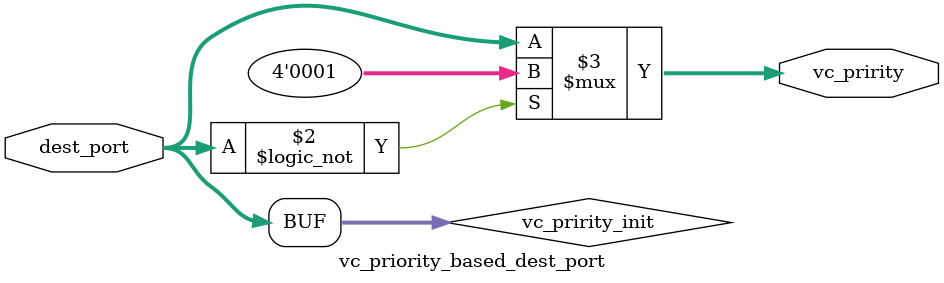
<source format=v>
`include "pronoc_def.v"
/**********************************************************************
**	File: class_table.v
**    
**	Copyright (C) 2014-2017  Alireza Monemi
**    
**	This file is part of ProNoC 
**
**	ProNoC ( stands for Prototype Network-on-chip)  is free software: 
**	you can redistribute it and/or modify it under the terms of the GNU
**	Lesser General Public License as published by the Free Software Foundation,
**	either version 2 of the License, or (at your option) any later version.
**
** 	ProNoC is distributed in the hope that it will be useful, but WITHOUT
** 	ANY WARRANTY; without even the implied warranty of MERCHANTABILITY
** 	or FITNESS FOR A PARTICULAR PURPOSE.  See the GNU Lesser General
** 	Public License for more details.
**
** 	You should have received a copy of the GNU Lesser General Public
** 	License along with ProNoC. If not, see <http:**www.gnu.org/licenses/>.
**
**
**	Description: 
**	
*************************************/


module class_ovc_table #(
    parameter C= 4,//number of class 
    parameter V= 4, //VC number per port
    parameter CVw=(C==0)? V : C * V,
    parameter [CVw-1:   0] CLASS_SETTING = {CVw{1'b1}} // shows how each class can use VCs   
    )(
        class_in,
        candidate_ovcs
    );
    
    function integer log2;
    input integer number; begin   
        log2=(number <=1) ? 1: 0;    
        while(2**log2<number) begin    
            log2=log2+1;    
        end 	   
    end   
    endfunction // log2 
    
    localparam Cw= (C>1)?  log2(C): 1;
    
    input [Cw-1    :    0]    class_in;
    output[V-1    :    0]    candidate_ovcs;
    
    genvar i;    
    generate 
    if(C == 0 || C == 1) begin: no_class    
        assign  candidate_ovcs={V{1'b1}};
    end else begin: width_class
        
        wire [V-1  :   0] class_table [C-1  :   0];
        for(i=0;i<C;i=i+1) begin : class_loop
            assign class_table[i]= CLASS_SETTING[(i+1)*V-1  :   i*V];
        end
        assign  candidate_ovcs=class_table[class_in];
    end
    endgenerate
    
endmodule


module vc_priority_based_dest_port #(
    parameter P=5,
    parameter V=4
)(
    dest_port,
    vc_pririty
);
    localparam
        P_1 =  (P-1),
        OFFSET =  V/(P_1);
    
    input   [P_1-1        :   0] dest_port;
    reg     [V-1          :   0] vc_pririty_init;
    output  [V-1          :   0] vc_pririty;
    
    genvar i;
    integer j;  
    generate 
    if(P_1 == V  )begin :b1
        always @(*) begin vc_pririty_init =  dest_port; end
    end else if (P_1 > V  )begin :b2
        for (i=0;i<V; i=i+1)begin:yy
            always @(*) begin 
                vc_pririty_init[i] = | dest_port[((i+1)*(P_1))/V-1: (i*(P_1))/V ];          
            end
        end
    end else begin :b3
        always @(*) begin //P_1 < V
            vc_pririty_init={V{1'b0}};
            for (j=0;j<P_1; j=j+1)  vc_pririty_init[j+OFFSET] =  dest_port[j];            
        end
    end
    endgenerate
    
    assign vc_pririty=(vc_pririty_init==0)? {{(V-1){1'b0}},1'b1}: vc_pririty_init;
endmodule

</source>
